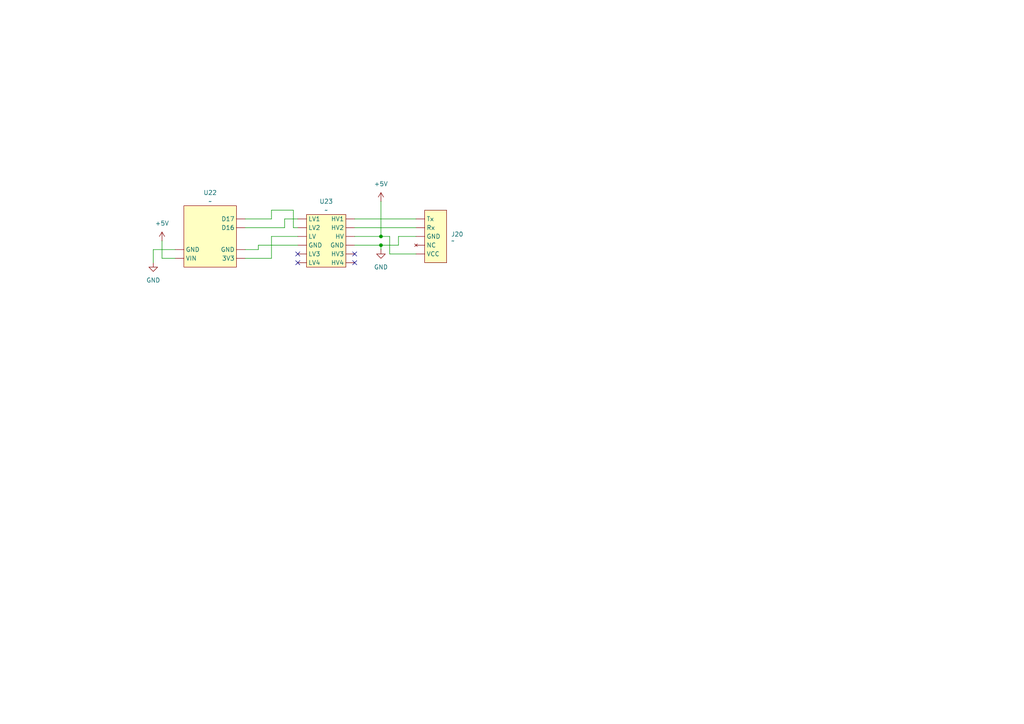
<source format=kicad_sch>
(kicad_sch (version 20250114) (generator "eeschema") (generator_version "9.0")
  (paper "A4")
  (lib_symbols
    (symbol "6502:ESP-WROOM"
      (property "Reference" "U" (at 1.016 7.366 0))
      (symbol "ESP-WROOM_1_1"
        (rectangle (start -6.35 5.08) (end 8.89 -12.7) (fill (type background)))
        (pin power_in line (at -8.89 -7.62 0) (length 2.54) (name "GND") (number ""))
        (pin power_in line (at -8.89 -10.16 0) (length 2.54) (name "VIN") (number ""))
        (pin bidirectional line (at 11.43 1.27 180) (length 2.54) (name "D17") (number ""))
        (pin bidirectional line (at 11.43 -1.27 180) (length 2.54) (name "D16") (number ""))
        (pin power_in line (at 11.43 -7.62 180) (length 2.54) (name "GND") (number ""))
        (pin power_out line (at 11.43 -10.16 180) (length 2.54) (name "3V3") (number ""))
      )
    )
    (symbol "6502:UART_connector"
      (property "Reference" "J" (at 5.842 -1.016 0))
      (symbol "UART_connector_1_1"
        (rectangle (start -11.43 2.54) (end 3.81 -3.81) (fill (type background)))
        (pin power_in line (at -8.89 5.08 270) (length 2.54) (name "VCC") (number ""))
        (pin no_connect line (at -6.35 5.08 270) (length 2.54) (name "NC") (number ""))
        (pin power_in line (at -3.81 5.08 270) (length 2.54) (name "GND") (number ""))
        (pin bidirectional line (at -1.27 5.08 270) (length 2.54) (name "Rx") (number ""))
        (pin bidirectional line (at 1.27 5.08 270) (length 2.54) (name "Tx") (number ""))
      )
    )
    (symbol "6502:VoltLevelConverter"
      (property "Reference" "U" (at 0 0 0))
      (symbol "VoltLevelConverter_1_1"
        (rectangle (start -6.35 -2.54) (end 5.08 -17.78) (fill (type background)))
        (pin bidirectional line (at -8.89 -3.81 0) (length 2.54) (name "LV1") (number ""))
        (pin bidirectional line (at -8.89 -6.35 0) (length 2.54) (name "LV2") (number ""))
        (pin power_in line (at -8.89 -8.89 0) (length 2.54) (name "LV") (number ""))
        (pin power_in line (at -8.89 -11.43 0) (length 2.54) (name "GND") (number ""))
        (pin bidirectional line (at -8.89 -13.97 0) (length 2.54) (name "LV3") (number ""))
        (pin bidirectional line (at -8.89 -16.51 0) (length 2.54) (name "LV4") (number ""))
        (pin bidirectional line (at 7.62 -3.81 180) (length 2.54) (name "HV1") (number ""))
        (pin bidirectional line (at 7.62 -6.35 180) (length 2.54) (name "HV2") (number ""))
        (pin power_in line (at 7.62 -8.89 180) (length 2.54) (name "HV") (number ""))
        (pin power_in line (at 7.62 -11.43 180) (length 2.54) (name "GND") (number ""))
        (pin bidirectional line (at 7.62 -13.97 180) (length 2.54) (name "HV3") (number ""))
        (pin bidirectional line (at 7.62 -16.51 180) (length 2.54) (name "HV4") (number ""))
      )
    )
    (symbol "power:+5V" (power) (pin_numbers (hide yes)) (pin_names (offset 0) (hide yes))
      (property "Value" "+5V" (at 0 3.556 0))
      (symbol "+5V_0_1"
        (polyline (pts (xy -0.762 1.27) (xy 0 2.54)))
        (polyline (pts (xy 0 2.54) (xy 0.762 1.27)))
        (polyline (pts (xy 0 0) (xy 0 2.54)))
      )
      (symbol "+5V_1_1"
        (pin power_in line (at 0 0 90) (length 0) (name "~") (number "1"))
      )
    )
    (symbol "power:GND" (power) (pin_numbers (hide yes)) (pin_names (offset 0) (hide yes))
      (property "Value" "GND" (at 0 -3.81 0))
      (symbol "GND_0_1"
        (polyline (pts (xy 0 0) (xy 0 -1.27) (xy 1.27 -1.27) (xy 0 -2.54) (xy -1.27 -1.27) (xy 0 -1.27)))
      )
      (symbol "GND_1_1"
        (pin power_in line (at 0 0 270) (length 0) (name "~") (number "1"))
      )
    )
  )
  (junction (at 110.49 68.58))
  (junction (at 110.49 71.12))
  (no_connect (at 86.36 76.2))
  (no_connect (at 86.36 73.66))
  (no_connect (at 102.87 73.66))
  (no_connect (at 102.87 76.2))
  (wire (pts (xy 102.87 66.04) (xy 120.65 66.04)))
  (wire (pts (xy 102.87 71.12) (xy 110.49 71.12)))
  (wire (pts (xy 110.49 71.12) (xy 115.57 71.12)))
  (wire (pts (xy 78.74 63.5) (xy 78.74 60.96)))
  (wire (pts (xy 44.45 72.39) (xy 44.45 76.2)))
  (wire (pts (xy 82.55 66.04) (xy 82.55 63.5)))
  (wire (pts (xy 46.99 69.85) (xy 46.99 74.93)))
  (wire (pts (xy 110.49 71.12) (xy 110.49 72.39)))
  (wire (pts (xy 113.03 73.66) (xy 120.65 73.66)))
  (wire (pts (xy 78.74 74.93) (xy 78.74 68.58)))
  (wire (pts (xy 102.87 68.58) (xy 110.49 68.58)))
  (wire (pts (xy 102.87 63.5) (xy 120.65 63.5)))
  (wire (pts (xy 78.74 60.96) (xy 85.09 60.96)))
  (wire (pts (xy 46.99 74.93) (xy 50.8 74.93)))
  (wire (pts (xy 71.12 63.5) (xy 78.74 63.5)))
  (wire (pts (xy 86.36 71.12) (xy 74.93 71.12)))
  (wire (pts (xy 74.93 72.39) (xy 71.12 72.39)))
  (wire (pts (xy 78.74 68.58) (xy 86.36 68.58)))
  (wire (pts (xy 74.93 71.12) (xy 74.93 72.39)))
  (wire (pts (xy 110.49 68.58) (xy 110.49 58.42)))
  (wire (pts (xy 115.57 71.12) (xy 115.57 68.58)))
  (wire (pts (xy 85.09 66.04) (xy 86.36 66.04)))
  (wire (pts (xy 85.09 60.96) (xy 85.09 66.04)))
  (wire (pts (xy 82.55 63.5) (xy 86.36 63.5)))
  (wire (pts (xy 110.49 68.58) (xy 113.03 68.58)))
  (wire (pts (xy 71.12 66.04) (xy 82.55 66.04)))
  (wire (pts (xy 115.57 68.58) (xy 120.65 68.58)))
  (wire (pts (xy 50.8 72.39) (xy 44.45 72.39)))
  (wire (pts (xy 113.03 68.58) (xy 113.03 73.66)))
  (wire (pts (xy 71.12 74.93) (xy 78.74 74.93)))
  (symbol (lib_id "6502:ESP-WROOM") (at 59.69 64.77 0) (unit 1)
    (property "Reference" "U22" (at 60.96 55.88 0))
    (property "Value" "~" (at 60.96 58.42 0))
  )
  (symbol (lib_id "power:+5V") (at 110.49 58.42 0) (unit 1)
    (property "Reference" "#PWR099" (effects (hide yes)))
    (property "Value" "+5V" (at 110.49 53.34 0))
    (property "Description" "Power symbol creates a global label with name \"+5V\"" (effects (hide yes)))
  )
  (symbol (lib_id "6502:VoltLevelConverter") (at 95.25 59.69 0) (unit 1)
    (property "Reference" "U23" (at 94.615 58.42 0))
    (property "Value" "~" (at 94.615 60.96 0))
  )
  (symbol (lib_id "power:GND") (at 44.45 76.2 0) (unit 1)
    (property "Reference" "#PWR096" (effects (hide yes)))
    (property "Value" "GND" (at 44.45 81.28 0))
    (property "Description" "Power symbol creates a global label with name \"GND\" , ground" (effects (hide yes)))
  )
  (symbol (lib_id "power:+5V") (at 46.99 69.85 0) (unit 1)
    (property "Reference" "#PWR098" (effects (hide yes)))
    (property "Value" "+5V" (at 46.99 64.77 0))
    (property "Description" "Power symbol creates a global label with name \"+5V\"" (effects (hide yes)))
  )
  (symbol (lib_id "power:GND") (at 110.49 72.39 0) (unit 1)
    (property "Reference" "#PWR097" (effects (hide yes)))
    (property "Value" "GND" (at 110.49 77.47 0))
    (property "Description" "Power symbol creates a global label with name \"GND\" , ground" (effects (hide yes)))
  )
  (symbol (lib_id "6502:UART_connector") (at 125.73 64.77 90) (unit 1)
    (property "Reference" "J20" (at 130.81 67.9449 90) (effects (justify right)))
    (property "Value" "~" (at 130.81 69.85 90) (effects (justify right)))
  )
)
</source>
